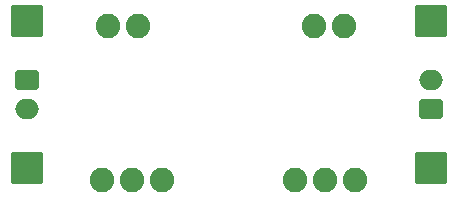
<source format=gbs>
G04 #@! TF.GenerationSoftware,KiCad,Pcbnew,8.0.3*
G04 #@! TF.CreationDate,2024-07-19T18:12:48+03:00*
G04 #@! TF.ProjectId,B-TPS63030-Brk-01Mbr-R01,422d5450-5336-4333-9033-302d42726b2d,rev?*
G04 #@! TF.SameCoordinates,Original*
G04 #@! TF.FileFunction,Soldermask,Bot*
G04 #@! TF.FilePolarity,Negative*
%FSLAX46Y46*%
G04 Gerber Fmt 4.6, Leading zero omitted, Abs format (unit mm)*
G04 Created by KiCad (PCBNEW 8.0.3) date 2024-07-19 18:12:48*
%MOMM*%
%LPD*%
G01*
G04 APERTURE LIST*
G04 Aperture macros list*
%AMRoundRect*
0 Rectangle with rounded corners*
0 $1 Rounding radius*
0 $2 $3 $4 $5 $6 $7 $8 $9 X,Y pos of 4 corners*
0 Add a 4 corners polygon primitive as box body*
4,1,4,$2,$3,$4,$5,$6,$7,$8,$9,$2,$3,0*
0 Add four circle primitives for the rounded corners*
1,1,$1+$1,$2,$3*
1,1,$1+$1,$4,$5*
1,1,$1+$1,$6,$7*
1,1,$1+$1,$8,$9*
0 Add four rect primitives between the rounded corners*
20,1,$1+$1,$2,$3,$4,$5,0*
20,1,$1+$1,$4,$5,$6,$7,0*
20,1,$1+$1,$6,$7,$8,$9,0*
20,1,$1+$1,$8,$9,$2,$3,0*%
G04 Aperture macros list end*
%ADD10C,2.082800*%
%ADD11O,2.000000X1.700000*%
%ADD12RoundRect,0.250000X-0.750000X0.600000X-0.750000X-0.600000X0.750000X-0.600000X0.750000X0.600000X0*%
%ADD13RoundRect,0.250000X-1.125000X-1.125000X1.125000X-1.125000X1.125000X1.125000X-1.125000X1.125000X0*%
%ADD14RoundRect,0.250000X0.750000X-0.600000X0.750000X0.600000X-0.750000X0.600000X-0.750000X-0.600000X0*%
G04 APERTURE END LIST*
D10*
X171215000Y-95925000D03*
X168675000Y-95925000D03*
X166135000Y-95925000D03*
D11*
X194000000Y-87450000D03*
D12*
X194000000Y-89950000D03*
D13*
X194025000Y-82450000D03*
X159825000Y-82450000D03*
D10*
X169170000Y-82850000D03*
X166630000Y-82850000D03*
X184130000Y-82850000D03*
X186670000Y-82850000D03*
D11*
X159825000Y-89950000D03*
D14*
X159825000Y-87450000D03*
D13*
X159825000Y-94950000D03*
D10*
X187605000Y-95900000D03*
X185065000Y-95900000D03*
X182525000Y-95900000D03*
D13*
X194000000Y-94950000D03*
M02*

</source>
